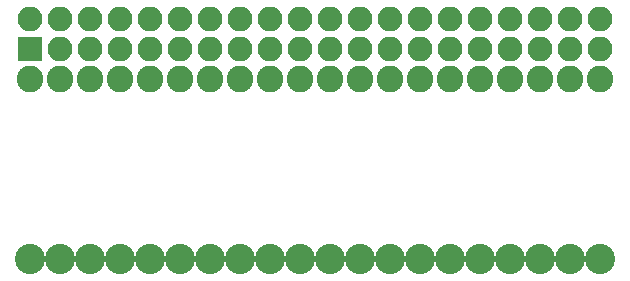
<source format=gbr>
G04 #@! TF.FileFunction,Soldermask,Top*
%FSLAX46Y46*%
G04 Gerber Fmt 4.6, Leading zero omitted, Abs format (unit mm)*
G04 Created by KiCad (PCBNEW 4.0.4-stable) date 12/12/17 20:44:02*
%MOMM*%
%LPD*%
G01*
G04 APERTURE LIST*
%ADD10C,0.100000*%
%ADD11R,2.100000X2.100000*%
%ADD12O,2.100000X2.100000*%
%ADD13C,2.559000*%
%ADD14C,2.254200*%
G04 APERTURE END LIST*
D10*
D11*
X127000000Y-91440000D03*
D12*
X127000000Y-88900000D03*
X129540000Y-91440000D03*
X129540000Y-88900000D03*
X132080000Y-91440000D03*
X132080000Y-88900000D03*
X134620000Y-91440000D03*
X134620000Y-88900000D03*
X137160000Y-91440000D03*
X137160000Y-88900000D03*
X139700000Y-91440000D03*
X139700000Y-88900000D03*
X142240000Y-91440000D03*
X142240000Y-88900000D03*
X144780000Y-91440000D03*
X144780000Y-88900000D03*
X147320000Y-91440000D03*
X147320000Y-88900000D03*
X149860000Y-91440000D03*
X149860000Y-88900000D03*
X152400000Y-91440000D03*
X152400000Y-88900000D03*
X154940000Y-91440000D03*
X154940000Y-88900000D03*
X157480000Y-91440000D03*
X157480000Y-88900000D03*
X160020000Y-91440000D03*
X160020000Y-88900000D03*
X162560000Y-91440000D03*
X162560000Y-88900000D03*
X165100000Y-91440000D03*
X165100000Y-88900000D03*
X167640000Y-91440000D03*
X167640000Y-88900000D03*
X170180000Y-91440000D03*
X170180000Y-88900000D03*
X172720000Y-91440000D03*
X172720000Y-88900000D03*
X175260000Y-91440000D03*
X175260000Y-88900000D03*
D13*
X149860000Y-109220000D03*
X127000000Y-109220000D03*
X129540000Y-109220000D03*
X132080000Y-109220000D03*
X134620000Y-109220000D03*
X137160000Y-109220000D03*
X139700000Y-109220000D03*
X142240000Y-109220000D03*
X144780000Y-109220000D03*
X147320000Y-109220000D03*
X152400000Y-109220000D03*
X154940000Y-109220000D03*
X157480000Y-109220000D03*
X160020000Y-109220000D03*
X162560000Y-109220000D03*
X165100000Y-109220000D03*
X167640000Y-109220000D03*
X170180000Y-109220000D03*
X172720000Y-109220000D03*
X175260000Y-109220000D03*
D14*
X175260000Y-93980000D03*
X172720000Y-93980000D03*
X170180000Y-93980000D03*
X167640000Y-93980000D03*
X165100000Y-93980000D03*
X162560000Y-93980000D03*
X160020000Y-93980000D03*
X157480000Y-93980000D03*
X154940000Y-93980000D03*
X152400000Y-93980000D03*
X149860000Y-93980000D03*
X147320000Y-93980000D03*
X144780000Y-93980000D03*
X142240000Y-93980000D03*
X139700000Y-93980000D03*
X137160000Y-93980000D03*
X134620000Y-93980000D03*
X132080000Y-93980000D03*
X129540000Y-93980000D03*
X127000000Y-93980000D03*
M02*

</source>
